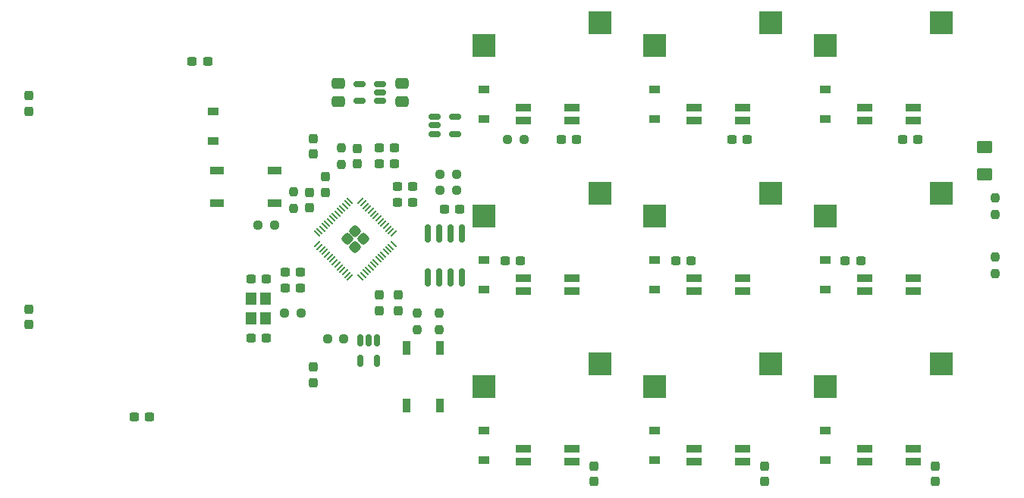
<source format=gbp>
G04 #@! TF.GenerationSoftware,KiCad,Pcbnew,7.0.1*
G04 #@! TF.CreationDate,2023-04-28T03:37:42-07:00*
G04 #@! TF.ProjectId,jam-pad,6a616d2d-7061-4642-9e6b-696361645f70,rev?*
G04 #@! TF.SameCoordinates,Original*
G04 #@! TF.FileFunction,Paste,Bot*
G04 #@! TF.FilePolarity,Positive*
%FSLAX46Y46*%
G04 Gerber Fmt 4.6, Leading zero omitted, Abs format (unit mm)*
G04 Created by KiCad (PCBNEW 7.0.1) date 2023-04-28 03:37:42*
%MOMM*%
%LPD*%
G01*
G04 APERTURE LIST*
G04 Aperture macros list*
%AMRoundRect*
0 Rectangle with rounded corners*
0 $1 Rounding radius*
0 $2 $3 $4 $5 $6 $7 $8 $9 X,Y pos of 4 corners*
0 Add a 4 corners polygon primitive as box body*
4,1,4,$2,$3,$4,$5,$6,$7,$8,$9,$2,$3,0*
0 Add four circle primitives for the rounded corners*
1,1,$1+$1,$2,$3*
1,1,$1+$1,$4,$5*
1,1,$1+$1,$6,$7*
1,1,$1+$1,$8,$9*
0 Add four rect primitives between the rounded corners*
20,1,$1+$1,$2,$3,$4,$5,0*
20,1,$1+$1,$4,$5,$6,$7,0*
20,1,$1+$1,$6,$7,$8,$9,0*
20,1,$1+$1,$8,$9,$2,$3,0*%
G04 Aperture macros list end*
%ADD10R,2.550000X2.500000*%
%ADD11R,1.740000X0.820000*%
%ADD12RoundRect,0.237500X0.300000X0.237500X-0.300000X0.237500X-0.300000X-0.237500X0.300000X-0.237500X0*%
%ADD13RoundRect,0.237500X0.237500X-0.300000X0.237500X0.300000X-0.237500X0.300000X-0.237500X-0.300000X0*%
%ADD14R,1.200000X0.900000*%
%ADD15RoundRect,0.237500X0.250000X0.237500X-0.250000X0.237500X-0.250000X-0.237500X0.250000X-0.237500X0*%
%ADD16RoundRect,0.250000X-0.475000X0.337500X-0.475000X-0.337500X0.475000X-0.337500X0.475000X0.337500X0*%
%ADD17RoundRect,0.237500X0.237500X-0.250000X0.237500X0.250000X-0.237500X0.250000X-0.237500X-0.250000X0*%
%ADD18R,0.850000X1.500000*%
%ADD19RoundRect,0.237500X-0.250000X-0.237500X0.250000X-0.237500X0.250000X0.237500X-0.250000X0.237500X0*%
%ADD20RoundRect,0.250001X0.624999X-0.462499X0.624999X0.462499X-0.624999X0.462499X-0.624999X-0.462499X0*%
%ADD21RoundRect,0.237500X-0.237500X0.300000X-0.237500X-0.300000X0.237500X-0.300000X0.237500X0.300000X0*%
%ADD22RoundRect,0.237500X-0.237500X0.250000X-0.237500X-0.250000X0.237500X-0.250000X0.237500X0.250000X0*%
%ADD23R,1.200000X1.400000*%
%ADD24RoundRect,0.237500X-0.300000X-0.237500X0.300000X-0.237500X0.300000X0.237500X-0.300000X0.237500X0*%
%ADD25RoundRect,0.150000X0.512500X0.150000X-0.512500X0.150000X-0.512500X-0.150000X0.512500X-0.150000X0*%
%ADD26RoundRect,0.150000X0.150000X-0.825000X0.150000X0.825000X-0.150000X0.825000X-0.150000X-0.825000X0*%
%ADD27R,1.500000X0.850000*%
%ADD28RoundRect,0.150000X-0.150000X0.512500X-0.150000X-0.512500X0.150000X-0.512500X0.150000X0.512500X0*%
%ADD29RoundRect,0.150000X-0.512500X-0.150000X0.512500X-0.150000X0.512500X0.150000X-0.512500X0.150000X0*%
%ADD30RoundRect,0.250000X0.413257X0.000000X0.000000X0.413257X-0.413257X0.000000X0.000000X-0.413257X0*%
%ADD31RoundRect,0.050000X0.309359X-0.238649X-0.238649X0.309359X-0.309359X0.238649X0.238649X-0.309359X0*%
%ADD32RoundRect,0.050000X0.309359X0.238649X0.238649X0.309359X-0.309359X-0.238649X-0.238649X-0.309359X0*%
G04 APERTURE END LIST*
D10*
G04 #@! TO.C,SW4*
X95308750Y-51435000D03*
X108235750Y-48895000D03*
D11*
X99663750Y-58305000D03*
X105123750Y-58305000D03*
X99663750Y-59805000D03*
X105123750Y-59805000D03*
G04 #@! TD*
D10*
G04 #@! TO.C,SW9*
X133408750Y-70485000D03*
X146335750Y-67945000D03*
D11*
X143223750Y-78855000D03*
X137763750Y-78855000D03*
X143223750Y-77355000D03*
X137763750Y-77355000D03*
G04 #@! TD*
D10*
G04 #@! TO.C,SW5*
X114358750Y-51435000D03*
X127285750Y-48895000D03*
D11*
X118713750Y-58305000D03*
X124173750Y-58305000D03*
X118713750Y-59805000D03*
X124173750Y-59805000D03*
G04 #@! TD*
D10*
G04 #@! TO.C,SW7*
X95308750Y-70485000D03*
X108235750Y-67945000D03*
D11*
X105123750Y-78855000D03*
X99663750Y-78855000D03*
X105123750Y-77355000D03*
X99663750Y-77355000D03*
G04 #@! TD*
D10*
G04 #@! TO.C,SW8*
X114358750Y-70485000D03*
X127285750Y-67945000D03*
D11*
X124173750Y-78855000D03*
X118713750Y-78855000D03*
X124173750Y-77355000D03*
X118713750Y-77355000D03*
G04 #@! TD*
D10*
G04 #@! TO.C,SW6*
X133408750Y-51435000D03*
X146335750Y-48895000D03*
D11*
X137763750Y-58305000D03*
X143223750Y-58305000D03*
X137763750Y-59805000D03*
X143223750Y-59805000D03*
G04 #@! TD*
D10*
G04 #@! TO.C,SW1*
X95308750Y-32385000D03*
X108235750Y-29845000D03*
D11*
X105123750Y-40755000D03*
X99663750Y-40755000D03*
X105123750Y-39255000D03*
X99663750Y-39255000D03*
G04 #@! TD*
D10*
G04 #@! TO.C,SW2*
X114358750Y-32385000D03*
X127285750Y-29845000D03*
D11*
X124173750Y-40755000D03*
X118713750Y-40755000D03*
X124173750Y-39255000D03*
X118713750Y-39255000D03*
G04 #@! TD*
D10*
G04 #@! TO.C,SW3*
X133408750Y-32385000D03*
X146335750Y-29845000D03*
D11*
X143223750Y-40755000D03*
X137763750Y-40755000D03*
X143223750Y-39255000D03*
X137763750Y-39255000D03*
G04 #@! TD*
D12*
G04 #@! TO.C,C11*
X85317500Y-45593000D03*
X83592500Y-45593000D03*
G04 #@! TD*
D13*
G04 #@! TO.C,C24*
X126603125Y-81031250D03*
X126603125Y-79306250D03*
G04 #@! TD*
D14*
G04 #@! TO.C,D4*
X95250000Y-59593750D03*
X95250000Y-56293750D03*
G04 #@! TD*
D15*
G04 #@! TO.C,R12*
X79612500Y-65151000D03*
X77787500Y-65151000D03*
G04 #@! TD*
D16*
G04 #@! TO.C,C1*
X86106000Y-36554500D03*
X86106000Y-38629500D03*
G04 #@! TD*
D13*
G04 #@! TO.C,C6*
X77597000Y-48741500D03*
X77597000Y-47016500D03*
G04 #@! TD*
D17*
G04 #@! TO.C,R3*
X90297000Y-64082300D03*
X90297000Y-62257300D03*
G04 #@! TD*
D18*
G04 #@! TO.C,SW13*
X90318200Y-72542000D03*
X90318200Y-66142000D03*
X86618200Y-72542000D03*
X86618200Y-66142000D03*
G04 #@! TD*
D14*
G04 #@! TO.C,D1*
X95250000Y-40543750D03*
X95250000Y-37243750D03*
G04 #@! TD*
D12*
G04 #@! TO.C,C13*
X87349500Y-49911000D03*
X85624500Y-49911000D03*
G04 #@! TD*
D19*
G04 #@! TO.C,R10*
X70080500Y-52451000D03*
X71905500Y-52451000D03*
G04 #@! TD*
D12*
G04 #@! TO.C,C19*
X143737500Y-42862500D03*
X142012500Y-42862500D03*
G04 #@! TD*
D14*
G04 #@! TO.C,D2*
X114300000Y-40543750D03*
X114300000Y-37243750D03*
G04 #@! TD*
G04 #@! TO.C,D8*
X114300000Y-78643750D03*
X114300000Y-75343750D03*
G04 #@! TD*
D20*
G04 #@! TO.C,F1*
X151130000Y-46699500D03*
X151130000Y-43724500D03*
G04 #@! TD*
D21*
G04 #@! TO.C,C9*
X83566000Y-60224500D03*
X83566000Y-61949500D03*
G04 #@! TD*
D22*
G04 #@! TO.C,R2*
X152372858Y-55983500D03*
X152372858Y-57808500D03*
G04 #@! TD*
D23*
G04 #@! TO.C,Y1*
X70904000Y-60622000D03*
X70904000Y-62822000D03*
X69304000Y-62822000D03*
X69304000Y-60622000D03*
G04 #@! TD*
D19*
G04 #@! TO.C,R8*
X73001500Y-62230000D03*
X74826500Y-62230000D03*
G04 #@! TD*
D24*
G04 #@! TO.C,C12*
X73051500Y-57658000D03*
X74776500Y-57658000D03*
G04 #@! TD*
D12*
G04 #@! TO.C,C31*
X64431250Y-34131250D03*
X62706250Y-34131250D03*
G04 #@! TD*
D21*
G04 #@! TO.C,C32*
X44450000Y-37962500D03*
X44450000Y-39687500D03*
G04 #@! TD*
D12*
G04 #@! TO.C,C15*
X70966500Y-65024000D03*
X69241500Y-65024000D03*
G04 #@! TD*
D13*
G04 #@! TO.C,C25*
X145653125Y-81031250D03*
X145653125Y-79306250D03*
G04 #@! TD*
D14*
G04 #@! TO.C,D3*
X133350000Y-40543750D03*
X133350000Y-37243750D03*
G04 #@! TD*
D12*
G04 #@! TO.C,C20*
X137318750Y-56356250D03*
X135593750Y-56356250D03*
G04 #@! TD*
D14*
G04 #@! TO.C,D9*
X133350000Y-78643750D03*
X133350000Y-75343750D03*
G04 #@! TD*
D13*
G04 #@! TO.C,C23*
X107553125Y-81031250D03*
X107553125Y-79306250D03*
G04 #@! TD*
D17*
G04 #@! TO.C,R1*
X152372858Y-51204500D03*
X152372858Y-49379500D03*
G04 #@! TD*
D14*
G04 #@! TO.C,D5*
X114300000Y-59593750D03*
X114300000Y-56293750D03*
G04 #@! TD*
D25*
G04 #@! TO.C,U4*
X83687500Y-36642000D03*
X83687500Y-37592000D03*
X83687500Y-38542000D03*
X81412500Y-38542000D03*
X81412500Y-36642000D03*
G04 #@! TD*
D14*
G04 #@! TO.C,D7*
X95250000Y-78643750D03*
X95250000Y-75343750D03*
G04 #@! TD*
D16*
G04 #@! TO.C,C2*
X78994000Y-36554500D03*
X78994000Y-38629500D03*
G04 #@! TD*
D19*
G04 #@! TO.C,R7*
X90400500Y-46736000D03*
X92225500Y-46736000D03*
G04 #@! TD*
D17*
G04 #@! TO.C,R9*
X74041000Y-50518700D03*
X74041000Y-48693700D03*
G04 #@! TD*
D26*
G04 #@! TO.C,U3*
X92811600Y-58253400D03*
X91541600Y-58253400D03*
X90271600Y-58253400D03*
X89001600Y-58253400D03*
X89001600Y-53303400D03*
X90271600Y-53303400D03*
X91541600Y-53303400D03*
X92811600Y-53303400D03*
G04 #@! TD*
D24*
G04 #@! TO.C,C27*
X56218750Y-73818750D03*
X57943750Y-73818750D03*
G04 #@! TD*
D19*
G04 #@! TO.C,R11*
X97909375Y-42862500D03*
X99734375Y-42862500D03*
G04 #@! TD*
D12*
G04 #@! TO.C,C17*
X105637500Y-42862500D03*
X103912500Y-42862500D03*
G04 #@! TD*
D13*
G04 #@! TO.C,C26*
X76200000Y-69987500D03*
X76200000Y-68262500D03*
G04 #@! TD*
D14*
G04 #@! TO.C,D13*
X65024000Y-39752000D03*
X65024000Y-43052000D03*
G04 #@! TD*
D24*
G04 #@! TO.C,C3*
X83592500Y-43815000D03*
X85317500Y-43815000D03*
G04 #@! TD*
D12*
G04 #@! TO.C,C21*
X118406250Y-56356250D03*
X116681250Y-56356250D03*
G04 #@! TD*
D19*
G04 #@! TO.C,R6*
X90400500Y-48514000D03*
X92225500Y-48514000D03*
G04 #@! TD*
D27*
G04 #@! TO.C,SW15*
X71907000Y-46283000D03*
X65507000Y-46283000D03*
X71907000Y-49983000D03*
X65507000Y-49983000D03*
G04 #@! TD*
D22*
G04 #@! TO.C,R5*
X87797000Y-62257300D03*
X87797000Y-64082300D03*
G04 #@! TD*
D12*
G04 #@! TO.C,C22*
X99356250Y-56356250D03*
X97631250Y-56356250D03*
G04 #@! TD*
D24*
G04 #@! TO.C,C16*
X69241500Y-58420000D03*
X70966500Y-58420000D03*
G04 #@! TD*
G04 #@! TO.C,C5*
X85624500Y-48133000D03*
X87349500Y-48133000D03*
G04 #@! TD*
D14*
G04 #@! TO.C,D6*
X133350000Y-59593750D03*
X133350000Y-56293750D03*
G04 #@! TD*
D12*
G04 #@! TO.C,C4*
X92556500Y-50622200D03*
X90831500Y-50622200D03*
G04 #@! TD*
D13*
G04 #@! TO.C,C7*
X75819000Y-50468700D03*
X75819000Y-48743700D03*
G04 #@! TD*
D12*
G04 #@! TO.C,C8*
X74776500Y-59436000D03*
X73051500Y-59436000D03*
G04 #@! TD*
D21*
G04 #@! TO.C,C28*
X44450000Y-61775000D03*
X44450000Y-63500000D03*
G04 #@! TD*
D13*
G04 #@! TO.C,C14*
X81153000Y-45566500D03*
X81153000Y-43841500D03*
G04 #@! TD*
D28*
G04 #@! TO.C,U5*
X81473000Y-65283500D03*
X82423000Y-65283500D03*
X83373000Y-65283500D03*
X83373000Y-67558500D03*
X81473000Y-67558500D03*
G04 #@! TD*
D12*
G04 #@! TO.C,C18*
X124687500Y-42862500D03*
X122962500Y-42862500D03*
G04 #@! TD*
D17*
G04 #@! TO.C,R4*
X79375000Y-45616500D03*
X79375000Y-43791500D03*
G04 #@! TD*
D29*
G04 #@! TO.C,U2*
X89746875Y-42225000D03*
X89746875Y-41275000D03*
X89746875Y-40325000D03*
X92021875Y-40325000D03*
X92021875Y-42225000D03*
G04 #@! TD*
D21*
G04 #@! TO.C,C30*
X76200000Y-42725000D03*
X76200000Y-44450000D03*
G04 #@! TD*
D30*
G04 #@! TO.C,U1*
X80899000Y-54876561D03*
X81800561Y-53975000D03*
X79997439Y-53975000D03*
X80899000Y-53073439D03*
D31*
X85168157Y-54567202D03*
X84885314Y-54850045D03*
X84602472Y-55132887D03*
X84319629Y-55415730D03*
X84036786Y-55698573D03*
X83753944Y-55981415D03*
X83471101Y-56264258D03*
X83188258Y-56547101D03*
X82905415Y-56829944D03*
X82622573Y-57112786D03*
X82339730Y-57395629D03*
X82056887Y-57678472D03*
X81774045Y-57961314D03*
X81491202Y-58244157D03*
D32*
X80306798Y-58244157D03*
X80023955Y-57961314D03*
X79741113Y-57678472D03*
X79458270Y-57395629D03*
X79175427Y-57112786D03*
X78892585Y-56829944D03*
X78609742Y-56547101D03*
X78326899Y-56264258D03*
X78044056Y-55981415D03*
X77761214Y-55698573D03*
X77478371Y-55415730D03*
X77195528Y-55132887D03*
X76912686Y-54850045D03*
X76629843Y-54567202D03*
D31*
X76629843Y-53382798D03*
X76912686Y-53099955D03*
X77195528Y-52817113D03*
X77478371Y-52534270D03*
X77761214Y-52251427D03*
X78044056Y-51968585D03*
X78326899Y-51685742D03*
X78609742Y-51402899D03*
X78892585Y-51120056D03*
X79175427Y-50837214D03*
X79458270Y-50554371D03*
X79741113Y-50271528D03*
X80023955Y-49988686D03*
X80306798Y-49705843D03*
D32*
X81491202Y-49705843D03*
X81774045Y-49988686D03*
X82056887Y-50271528D03*
X82339730Y-50554371D03*
X82622573Y-50837214D03*
X82905415Y-51120056D03*
X83188258Y-51402899D03*
X83471101Y-51685742D03*
X83753944Y-51968585D03*
X84036786Y-52251427D03*
X84319629Y-52534270D03*
X84602472Y-52817113D03*
X84885314Y-53099955D03*
X85168157Y-53382798D03*
G04 #@! TD*
D21*
G04 #@! TO.C,C10*
X85725000Y-60224500D03*
X85725000Y-61949500D03*
G04 #@! TD*
M02*

</source>
